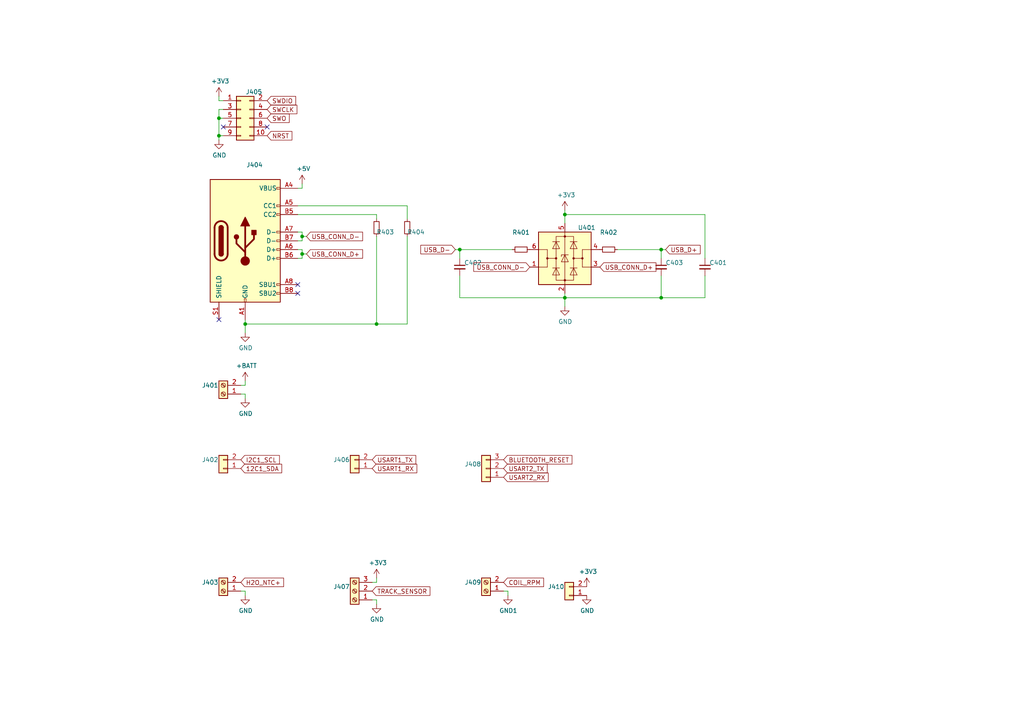
<source format=kicad_sch>
(kicad_sch (version 20211123) (generator eeschema)
  (paper "A4")
  (lib_symbols
    (symbol "Connector:Screw_Terminal_01x02" (pin_names (offset 1.016) hide)
      (property "Reference" "J" (at 0 2.54 0))
      (property "Value" "Screw_Terminal_01x02" (at 0 -5.08 0))
      (symbol "Screw_Terminal_01x02_1_1"
        (rectangle (start -1.27 1.27) (end 1.27 -3.81) (stroke (width 0.254)) (fill (type background)))
        (circle (center 0 -2.54) (radius 0.635) (stroke (width 0.1524)))
        (polyline (pts (xy -0.5334 -2.2098) (xy 0.3302 -3.048)) (stroke (width 0.1524)))
        (polyline (pts (xy -0.5334 0.3302) (xy 0.3302 -0.508)) (stroke (width 0.1524)))
        (polyline (pts (xy -0.3556 -2.032) (xy 0.508 -2.8702)) (stroke (width 0.1524)))
        (polyline (pts (xy -0.3556 0.508) (xy 0.508 -0.3302)) (stroke (width 0.1524)))
        (circle (center 0 0) (radius 0.635) (stroke (width 0.1524)))
        (pin passive line (at -5.08 0 0) (length 3.81) (name "Pin_1") (number "1"))
        (pin passive line (at -5.08 -2.54 0) (length 3.81) (name "Pin_2") (number "2"))
      )
    )
    (symbol "Connector:Screw_Terminal_01x03" (pin_names (offset 1.016) hide)
      (property "Reference" "J" (at 0 5.08 0))
      (property "Value" "Screw_Terminal_01x03" (at 0 -5.08 0))
      (symbol "Screw_Terminal_01x03_1_1"
        (rectangle (start -1.27 3.81) (end 1.27 -3.81) (stroke (width 0.254)) (fill (type background)))
        (circle (center 0 -2.54) (radius 0.635) (stroke (width 0.1524)))
        (polyline (pts (xy -0.5334 -2.2098) (xy 0.3302 -3.048)) (stroke (width 0.1524)))
        (polyline (pts (xy -0.5334 0.3302) (xy 0.3302 -0.508)) (stroke (width 0.1524)))
        (polyline (pts (xy -0.5334 2.8702) (xy 0.3302 2.032)) (stroke (width 0.1524)))
        (polyline (pts (xy -0.3556 -2.032) (xy 0.508 -2.8702)) (stroke (width 0.1524)))
        (polyline (pts (xy -0.3556 0.508) (xy 0.508 -0.3302)) (stroke (width 0.1524)))
        (polyline (pts (xy -0.3556 3.048) (xy 0.508 2.2098)) (stroke (width 0.1524)))
        (circle (center 0 0) (radius 0.635) (stroke (width 0.1524)))
        (circle (center 0 2.54) (radius 0.635) (stroke (width 0.1524)))
        (pin passive line (at -5.08 2.54 0) (length 3.81) (name "Pin_1") (number "1"))
        (pin passive line (at -5.08 0 0) (length 3.81) (name "Pin_2") (number "2"))
        (pin passive line (at -5.08 -2.54 0) (length 3.81) (name "Pin_3") (number "3"))
      )
    )
    (symbol "Connector:USB_C_Receptacle_USB2.0" (pin_names (offset 1.016))
      (property "Reference" "J" (at -10.16 19.05 0))
      (property "Value" "USB_C_Receptacle_USB2.0" (at 19.05 19.05 0))
      (symbol "USB_C_Receptacle_USB2.0_0_0"
        (rectangle (start -0.254 -17.78) (end 0.254 -16.764))
        (rectangle (start 10.16 -14.986) (end 9.144 -15.494))
        (rectangle (start 10.16 -12.446) (end 9.144 -12.954))
        (rectangle (start 10.16 -4.826) (end 9.144 -5.334))
        (rectangle (start 10.16 -2.286) (end 9.144 -2.794))
        (rectangle (start 10.16 0.254) (end 9.144 -0.254))
        (rectangle (start 10.16 2.794) (end 9.144 2.286))
        (rectangle (start 10.16 7.874) (end 9.144 7.366))
        (rectangle (start 10.16 10.414) (end 9.144 9.906))
        (rectangle (start 10.16 15.494) (end 9.144 14.986))
      )
      (symbol "USB_C_Receptacle_USB2.0_0_1"
        (rectangle (start -10.16 17.78) (end 10.16 -17.78) (stroke (width 0.254)) (fill (type background)))
        (arc (start -8.89 -3.81) (mid -6.985 -5.715) (end -5.08 -3.81) (stroke (width 0.508)))
        (arc (start -7.62 -3.81) (mid -6.985 -4.445) (end -6.35 -3.81) (stroke (width 0.254)))
        (arc (start -7.62 -3.81) (mid -6.985 -4.445) (end -6.35 -3.81) (stroke (width 0.254)) (fill (type outline)))
        (rectangle (start -7.62 -3.81) (end -6.35 3.81) (stroke (width 0.254)) (fill (type outline)))
        (arc (start -6.35 3.81) (mid -6.985 4.445) (end -7.62 3.81) (stroke (width 0.254)))
        (arc (start -6.35 3.81) (mid -6.985 4.445) (end -7.62 3.81) (stroke (width 0.254)) (fill (type outline)))
        (arc (start -5.08 3.81) (mid -6.985 5.715) (end -8.89 3.81) (stroke (width 0.508)))
        (circle (center -2.54 1.143) (radius 0.635) (stroke (width 0.254)) (fill (type outline)))
        (circle (center 0 -5.842) (radius 1.27) (fill (type outline)))
        (polyline (pts (xy -8.89 -3.81) (xy -8.89 3.81)) (stroke (width 0.508)))
        (polyline (pts (xy -5.08 3.81) (xy -5.08 -3.81)) (stroke (width 0.508)))
        (polyline (pts (xy 0 -5.842) (xy 0 4.318)) (stroke (width 0.508)))
        (polyline (pts (xy 0 -3.302) (xy -2.54 -0.762) (xy -2.54 0.508)) (stroke (width 0.508)))
        (polyline (pts (xy 0 -2.032) (xy 2.54 0.508) (xy 2.54 1.778)) (stroke (width 0.508)))
        (polyline (pts (xy -1.27 4.318) (xy 0 6.858) (xy 1.27 4.318) (xy -1.27 4.318)) (stroke (width 0.254)) (fill (type outline)))
        (rectangle (start 1.905 1.778) (end 3.175 3.048) (stroke (width 0.254)) (fill (type outline)))
      )
      (symbol "USB_C_Receptacle_USB2.0_1_1"
        (pin passive line (at 0 -22.86 90) (length 5.08) (name "GND") (number "A1"))
        (pin passive line (at 0 -22.86 90) (length 5.08) hide (name "GND") (number "A12"))
        (pin passive line (at 15.24 15.24 180) (length 5.08) (name "VBUS") (number "A4"))
        (pin bidirectional line (at 15.24 10.16 180) (length 5.08) (name "CC1") (number "A5"))
        (pin bidirectional line (at 15.24 -2.54 180) (length 5.08) (name "D+") (number "A6"))
        (pin bidirectional line (at 15.24 2.54 180) (length 5.08) (name "D-") (number "A7"))
        (pin bidirectional line (at 15.24 -12.7 180) (length 5.08) (name "SBU1") (number "A8"))
        (pin passive line (at 15.24 15.24 180) (length 5.08) hide (name "VBUS") (number "A9"))
        (pin passive line (at 0 -22.86 90) (length 5.08) hide (name "GND") (number "B1"))
        (pin passive line (at 0 -22.86 90) (length 5.08) hide (name "GND") (number "B12"))
        (pin passive line (at 15.24 15.24 180) (length 5.08) hide (name "VBUS") (number "B4"))
        (pin bidirectional line (at 15.24 7.62 180) (length 5.08) (name "CC2") (number "B5"))
        (pin bidirectional line (at 15.24 -5.08 180) (length 5.08) (name "D+") (number "B6"))
        (pin bidirectional line (at 15.24 0 180) (length 5.08) (name "D-") (number "B7"))
        (pin bidirectional line (at 15.24 -15.24 180) (length 5.08) (name "SBU2") (number "B8"))
        (pin passive line (at 15.24 15.24 180) (length 5.08) hide (name "VBUS") (number "B9"))
        (pin passive line (at -7.62 -22.86 90) (length 5.08) (name "SHIELD") (number "S1"))
      )
    )
    (symbol "Connector_Generic:Conn_01x02" (pin_names (offset 1.016) hide)
      (property "Reference" "J" (at 0 2.54 0))
      (property "Value" "Conn_01x02" (at 0 -5.08 0))
      (symbol "Conn_01x02_1_1"
        (rectangle (start -1.27 -2.413) (end 0 -2.667) (stroke (width 0.1524)))
        (rectangle (start -1.27 0.127) (end 0 -0.127) (stroke (width 0.1524)))
        (rectangle (start -1.27 1.27) (end 1.27 -3.81) (stroke (width 0.254)) (fill (type background)))
        (pin passive line (at -5.08 0 0) (length 3.81) (name "Pin_1") (number "1"))
        (pin passive line (at -5.08 -2.54 0) (length 3.81) (name "Pin_2") (number "2"))
      )
    )
    (symbol "Connector_Generic:Conn_01x03" (pin_names (offset 1.016) hide)
      (property "Reference" "J" (at 0 5.08 0))
      (property "Value" "Conn_01x03" (at 0 -5.08 0))
      (symbol "Conn_01x03_1_1"
        (rectangle (start -1.27 -2.413) (end 0 -2.667) (stroke (width 0.1524)))
        (rectangle (start -1.27 0.127) (end 0 -0.127) (stroke (width 0.1524)))
        (rectangle (start -1.27 2.667) (end 0 2.413) (stroke (width 0.1524)))
        (rectangle (start -1.27 3.81) (end 1.27 -3.81) (stroke (width 0.254)) (fill (type background)))
        (pin passive line (at -5.08 2.54 0) (length 3.81) (name "Pin_1") (number "1"))
        (pin passive line (at -5.08 0 0) (length 3.81) (name "Pin_2") (number "2"))
        (pin passive line (at -5.08 -2.54 0) (length 3.81) (name "Pin_3") (number "3"))
      )
    )
    (symbol "Connector_Generic:Conn_02x05_Odd_Even" (pin_names (offset 1.016) hide)
      (property "Reference" "J" (at 1.27 7.62 0))
      (property "Value" "Conn_02x05_Odd_Even" (at 1.27 -7.62 0))
      (symbol "Conn_02x05_Odd_Even_1_1"
        (rectangle (start -1.27 -4.953) (end 0 -5.207) (stroke (width 0.1524)))
        (rectangle (start -1.27 -2.413) (end 0 -2.667) (stroke (width 0.1524)))
        (rectangle (start -1.27 0.127) (end 0 -0.127) (stroke (width 0.1524)))
        (rectangle (start -1.27 2.667) (end 0 2.413) (stroke (width 0.1524)))
        (rectangle (start -1.27 5.207) (end 0 4.953) (stroke (width 0.1524)))
        (rectangle (start -1.27 6.35) (end 3.81 -6.35) (stroke (width 0.254)) (fill (type background)))
        (rectangle (start 3.81 -4.953) (end 2.54 -5.207) (stroke (width 0.1524)))
        (rectangle (start 3.81 -2.413) (end 2.54 -2.667) (stroke (width 0.1524)))
        (rectangle (start 3.81 0.127) (end 2.54 -0.127) (stroke (width 0.1524)))
        (rectangle (start 3.81 2.667) (end 2.54 2.413) (stroke (width 0.1524)))
        (rectangle (start 3.81 5.207) (end 2.54 4.953) (stroke (width 0.1524)))
        (pin passive line (at -5.08 5.08 0) (length 3.81) (name "Pin_1") (number "1"))
        (pin passive line (at 7.62 -5.08 180) (length 3.81) (name "Pin_10") (number "10"))
        (pin passive line (at 7.62 5.08 180) (length 3.81) (name "Pin_2") (number "2"))
        (pin passive line (at -5.08 2.54 0) (length 3.81) (name "Pin_3") (number "3"))
        (pin passive line (at 7.62 2.54 180) (length 3.81) (name "Pin_4") (number "4"))
        (pin passive line (at -5.08 0 0) (length 3.81) (name "Pin_5") (number "5"))
        (pin passive line (at 7.62 0 180) (length 3.81) (name "Pin_6") (number "6"))
        (pin passive line (at -5.08 -2.54 0) (length 3.81) (name "Pin_7") (number "7"))
        (pin passive line (at 7.62 -2.54 180) (length 3.81) (name "Pin_8") (number "8"))
        (pin passive line (at -5.08 -5.08 0) (length 3.81) (name "Pin_9") (number "9"))
      )
    )
    (symbol "Device:C_Small" (pin_numbers hide) (pin_names (offset 0.254) hide)
      (property "Reference" "C" (at 0.254 1.778 0))
      (property "Value" "C_Small" (at 0.254 -2.032 0))
      (symbol "C_Small_0_1"
        (polyline (pts (xy -1.524 -0.508) (xy 1.524 -0.508)) (stroke (width 0.3302)))
        (polyline (pts (xy -1.524 0.508) (xy 1.524 0.508)) (stroke (width 0.3048)))
      )
      (symbol "C_Small_1_1"
        (pin passive line (at 0 2.54 270) (length 2.032) (name "~") (number "1"))
        (pin passive line (at 0 -2.54 90) (length 2.032) (name "~") (number "2"))
      )
    )
    (symbol "Device:R_Small" (pin_numbers hide) (pin_names (offset 0.254) hide)
      (property "Reference" "R" (at 0.762 0.508 0))
      (property "Value" "R_Small" (at 0.762 -1.016 0))
      (symbol "R_Small_0_1"
        (rectangle (start -0.762 1.778) (end 0.762 -1.778) (stroke (width 0.2032)))
      )
      (symbol "R_Small_1_1"
        (pin passive line (at 0 2.54 270) (length 0.762) (name "~") (number "1"))
        (pin passive line (at 0 -2.54 90) (length 0.762) (name "~") (number "2"))
      )
    )
    (symbol "Power_Protection:USBLC6-2SC6" (pin_names hide)
      (property "Reference" "U" (at 2.54 8.89 0))
      (property "Value" "USBLC6-2SC6" (at 2.54 -8.89 0))
      (symbol "USBLC6-2SC6_0_1"
        (rectangle (start -7.62 -7.62) (end 7.62 7.62) (stroke (width 0.254)) (fill (type background)))
        (circle (center -5.08 0) (radius 0.254) (fill (type outline)))
        (circle (center -2.54 0) (radius 0.254) (fill (type outline)))
        (rectangle (start -2.54 6.35) (end 2.54 -6.35))
        (circle (center 0 -6.35) (radius 0.254) (fill (type outline)))
        (polyline (pts (xy -5.08 -2.54) (xy -7.62 -2.54)))
        (polyline (pts (xy -5.08 0) (xy -5.08 -2.54)))
        (polyline (pts (xy -5.08 2.54) (xy -7.62 2.54)))
        (polyline (pts (xy -1.524 -2.794) (xy -3.556 -2.794)))
        (polyline (pts (xy -1.524 4.826) (xy -3.556 4.826)))
        (polyline (pts (xy 0 -7.62) (xy 0 -6.35)))
        (polyline (pts (xy 0 -6.35) (xy 0 1.27)))
        (polyline (pts (xy 0 1.27) (xy 0 6.35)))
        (polyline (pts (xy 0 6.35) (xy 0 7.62)))
        (polyline (pts (xy 1.524 -2.794) (xy 3.556 -2.794)))
        (polyline (pts (xy 1.524 4.826) (xy 3.556 4.826)))
        (polyline (pts (xy 5.08 -2.54) (xy 7.62 -2.54)))
        (polyline (pts (xy 5.08 0) (xy 5.08 -2.54)))
        (polyline (pts (xy 5.08 2.54) (xy 7.62 2.54)))
        (polyline (pts (xy -2.54 0) (xy -5.08 0) (xy -5.08 2.54)))
        (polyline (pts (xy 2.54 0) (xy 5.08 0) (xy 5.08 2.54)))
        (polyline (pts (xy -3.556 -4.826) (xy -1.524 -4.826) (xy -2.54 -2.794) (xy -3.556 -4.826)))
        (polyline (pts (xy -3.556 2.794) (xy -1.524 2.794) (xy -2.54 4.826) (xy -3.556 2.794)))
        (polyline (pts (xy -1.016 -1.016) (xy 1.016 -1.016) (xy 0 1.016) (xy -1.016 -1.016)))
        (polyline (pts (xy 1.016 1.016) (xy 0.762 1.016) (xy -1.016 1.016) (xy -1.016 0.508)))
        (polyline (pts (xy 3.556 -4.826) (xy 1.524 -4.826) (xy 2.54 -2.794) (xy 3.556 -4.826)))
        (polyline (pts (xy 3.556 2.794) (xy 1.524 2.794) (xy 2.54 4.826) (xy 3.556 2.794)))
        (circle (center 0 6.35) (radius 0.254) (fill (type outline)))
        (circle (center 2.54 0) (radius 0.254) (fill (type outline)))
        (circle (center 5.08 0) (radius 0.254) (fill (type outline)))
      )
      (symbol "USBLC6-2SC6_1_1"
        (pin passive line (at -10.16 -2.54 0) (length 2.54) (name "I/O1") (number "1"))
        (pin passive line (at 0 -10.16 90) (length 2.54) (name "GND") (number "2"))
        (pin passive line (at 10.16 -2.54 180) (length 2.54) (name "I/O2") (number "3"))
        (pin passive line (at 10.16 2.54 180) (length 2.54) (name "I/O2") (number "4"))
        (pin passive line (at 0 10.16 270) (length 2.54) (name "VBUS") (number "5"))
        (pin passive line (at -10.16 2.54 0) (length 2.54) (name "I/O1") (number "6"))
      )
    )
    (symbol "power:+3.3V" (power) (pin_names (offset 0))
      (property "Value" "+3.3V" (at 0 3.556 0))
      (symbol "+3.3V_0_1"
        (polyline (pts (xy -0.762 1.27) (xy 0 2.54)))
        (polyline (pts (xy 0 0) (xy 0 2.54)))
        (polyline (pts (xy 0 2.54) (xy 0.762 1.27)))
      )
      (symbol "+3.3V_1_1"
        (pin power_in line (at 0 0 90) (length 0) hide (name "+3V3") (number "1"))
      )
    )
    (symbol "power:+5V" (power) (pin_names (offset 0))
      (property "Value" "+5V" (at 0 3.556 0))
      (symbol "+5V_0_1"
        (polyline (pts (xy -0.762 1.27) (xy 0 2.54)))
        (polyline (pts (xy 0 0) (xy 0 2.54)))
        (polyline (pts (xy 0 2.54) (xy 0.762 1.27)))
      )
      (symbol "+5V_1_1"
        (pin power_in line (at 0 0 90) (length 0) hide (name "+5V") (number "1"))
      )
    )
    (symbol "power:+BATT" (power) (pin_names (offset 0))
      (property "Value" "+BATT" (at 0 3.556 0))
      (symbol "+BATT_0_1"
        (polyline (pts (xy -0.762 1.27) (xy 0 2.54)))
        (polyline (pts (xy 0 0) (xy 0 2.54)))
        (polyline (pts (xy 0 2.54) (xy 0.762 1.27)))
      )
      (symbol "+BATT_1_1"
        (pin power_in line (at 0 0 90) (length 0) hide (name "+BATT") (number "1"))
      )
    )
    (symbol "power:GND" (power) (pin_names (offset 0))
      (property "Value" "GND" (at 0 -3.81 0))
      (symbol "GND_0_1"
        (polyline (pts (xy 0 0) (xy 0 -1.27) (xy 1.27 -1.27) (xy 0 -2.54) (xy -1.27 -1.27) (xy 0 -1.27)))
      )
      (symbol "GND_1_1"
        (pin power_in line (at 0 0 270) (length 0) hide (name "GND") (number "1"))
      )
    )
    (symbol "power:GND1" (power) (pin_names (offset 0))
      (property "Value" "GND1" (at 0 -3.81 0))
      (symbol "GND1_0_1"
        (polyline (pts (xy 0 0) (xy 0 -1.27) (xy 1.27 -1.27) (xy 0 -2.54) (xy -1.27 -1.27) (xy 0 -1.27)))
      )
      (symbol "GND1_1_1"
        (pin power_in line (at 0 0 270) (length 0) hide (name "GND1") (number "1"))
      )
    )
  )
  (junction (at 163.83 62.23))
  (junction (at 87.63 68.58))
  (junction (at 191.77 86.36))
  (junction (at 109.22 93.98))
  (junction (at 87.63 73.66))
  (junction (at 63.5 34.29))
  (junction (at 163.83 86.36))
  (junction (at 63.5 39.37))
  (junction (at 71.12 93.98))
  (junction (at 191.77 72.39))
  (junction (at 133.35 72.39))
  (no_connect (at 77.47 36.83))
  (no_connect (at 86.36 82.55))
  (no_connect (at 63.5 92.71))
  (no_connect (at 64.77 36.83))
  (no_connect (at 86.36 85.09))
  (wire (pts (xy 133.35 72.39) (xy 148.59 72.39)))
  (wire (pts (xy 87.63 69.85) (xy 87.63 68.58)))
  (wire (pts (xy 63.5 27.94) (xy 63.5 29.21)))
  (wire (pts (xy 69.85 171.45) (xy 71.12 171.45)))
  (wire (pts (xy 63.5 39.37) (xy 63.5 40.64)))
  (wire (pts (xy 179.07 72.39) (xy 191.77 72.39)))
  (wire (pts (xy 87.63 54.61) (xy 87.63 53.34)))
  (wire (pts (xy 109.22 93.98) (xy 71.12 93.98)))
  (wire (pts (xy 109.22 173.99) (xy 109.22 175.26)))
  (wire (pts (xy 87.63 72.39) (xy 87.63 73.66)))
  (wire (pts (xy 71.12 114.3) (xy 71.12 115.57)))
  (wire (pts (xy 163.83 62.23) (xy 204.47 62.23)))
  (wire (pts (xy 86.36 54.61) (xy 87.63 54.61)))
  (wire (pts (xy 69.85 111.76) (xy 71.12 111.76)))
  (wire (pts (xy 63.5 29.21) (xy 64.77 29.21)))
  (wire (pts (xy 109.22 168.91) (xy 109.22 167.64)))
  (wire (pts (xy 86.36 72.39) (xy 87.63 72.39)))
  (wire (pts (xy 146.05 171.45) (xy 147.32 171.45)))
  (wire (pts (xy 191.77 74.93) (xy 191.77 72.39)))
  (wire (pts (xy 88.9 68.58) (xy 87.63 68.58)))
  (wire (pts (xy 87.63 73.66) (xy 87.63 74.93)))
  (wire (pts (xy 87.63 74.93) (xy 86.36 74.93)))
  (wire (pts (xy 204.47 86.36) (xy 204.47 80.01)))
  (wire (pts (xy 63.5 31.75) (xy 63.5 34.29)))
  (wire (pts (xy 69.85 114.3) (xy 71.12 114.3)))
  (wire (pts (xy 64.77 31.75) (xy 63.5 31.75)))
  (wire (pts (xy 163.83 86.36) (xy 163.83 88.9)))
  (wire (pts (xy 204.47 86.36) (xy 191.77 86.36)))
  (wire (pts (xy 63.5 34.29) (xy 63.5 39.37)))
  (wire (pts (xy 87.63 67.31) (xy 86.36 67.31)))
  (wire (pts (xy 132.08 72.39) (xy 133.35 72.39)))
  (wire (pts (xy 191.77 86.36) (xy 191.77 80.01)))
  (wire (pts (xy 64.77 34.29) (xy 63.5 34.29)))
  (wire (pts (xy 118.11 59.69) (xy 118.11 63.5)))
  (wire (pts (xy 71.12 171.45) (xy 71.12 172.72)))
  (wire (pts (xy 163.83 86.36) (xy 191.77 86.36)))
  (wire (pts (xy 71.12 96.52) (xy 71.12 93.98)))
  (wire (pts (xy 163.83 62.23) (xy 163.83 64.77)))
  (wire (pts (xy 163.83 60.96) (xy 163.83 62.23)))
  (wire (pts (xy 107.95 173.99) (xy 109.22 173.99)))
  (wire (pts (xy 86.36 69.85) (xy 87.63 69.85)))
  (wire (pts (xy 133.35 86.36) (xy 163.83 86.36)))
  (wire (pts (xy 109.22 68.58) (xy 109.22 93.98)))
  (wire (pts (xy 204.47 62.23) (xy 204.47 74.93)))
  (wire (pts (xy 118.11 68.58) (xy 118.11 93.98)))
  (wire (pts (xy 193.04 72.39) (xy 191.77 72.39)))
  (wire (pts (xy 147.32 171.45) (xy 147.32 172.72)))
  (wire (pts (xy 87.63 73.66) (xy 88.9 73.66)))
  (wire (pts (xy 86.36 59.69) (xy 118.11 59.69)))
  (wire (pts (xy 133.35 80.01) (xy 133.35 86.36)))
  (wire (pts (xy 71.12 93.98) (xy 71.12 92.71)))
  (wire (pts (xy 87.63 68.58) (xy 87.63 67.31)))
  (wire (pts (xy 109.22 62.23) (xy 109.22 63.5)))
  (wire (pts (xy 118.11 93.98) (xy 109.22 93.98)))
  (wire (pts (xy 163.83 86.36) (xy 163.83 85.09)))
  (wire (pts (xy 107.95 168.91) (xy 109.22 168.91)))
  (wire (pts (xy 86.36 62.23) (xy 109.22 62.23)))
  (wire (pts (xy 133.35 74.93) (xy 133.35 72.39)))
  (wire (pts (xy 71.12 111.76) (xy 71.12 110.49)))
  (wire (pts (xy 63.5 39.37) (xy 64.77 39.37)))
  (global_label "NRST" (shape input) (at 77.47 39.37 0) (property "Intersheet References" "${INTERSHEET_REFS}" (effects hide)))
  (global_label "USB_CONN_D-" (shape input) (at 88.9 68.58 0) (property "Intersheet References" "${INTERSHEET_REFS}" (effects hide)))
  (global_label "USB_D+" (shape input) (at 193.04 72.39 0) (property "Intersheet References" "${INTERSHEET_REFS}" (effects hide)))
  (global_label "USB_CONN_D+" (shape input) (at 173.99 77.47 0) (property "Intersheet References" "${INTERSHEET_REFS}" (effects hide)))
  (global_label "BLUETOOTH_RESET" (shape input) (at 146.05 133.35 0) (property "Intersheet References" "${INTERSHEET_REFS}" (effects hide)))
  (global_label "SWDIO" (shape input) (at 77.47 29.21 0) (property "Intersheet References" "${INTERSHEET_REFS}" (effects hide)))
  (global_label "USB_D-" (shape input) (at 132.08 72.39 180) (property "Intersheet References" "${INTERSHEET_REFS}" (effects hide)))
  (global_label "USART1_RX" (shape input) (at 107.95 135.89 0) (property "Intersheet References" "${INTERSHEET_REFS}" (effects hide)))
  (global_label "SWCLK" (shape input) (at 77.47 31.75 0) (property "Intersheet References" "${INTERSHEET_REFS}" (effects hide)))
  (global_label "COIL_RPM" (shape input) (at 146.05 168.91 0) (property "Intersheet References" "${INTERSHEET_REFS}" (effects hide)))
  (global_label "USB_CONN_D-" (shape input) (at 153.67 77.47 180) (property "Intersheet References" "${INTERSHEET_REFS}" (effects hide)))
  (global_label "USART1_TX" (shape input) (at 107.95 133.35 0) (property "Intersheet References" "${INTERSHEET_REFS}" (effects hide)))
  (global_label "SWO" (shape input) (at 77.47 34.29 0) (property "Intersheet References" "${INTERSHEET_REFS}" (effects hide)))
  (global_label "I2C1_SCL" (shape input) (at 69.85 133.35 0) (property "Intersheet References" "${INTERSHEET_REFS}" (effects hide)))
  (global_label "TRACK_SENSOR" (shape input) (at 107.95 171.45 0) (property "Intersheet References" "${INTERSHEET_REFS}" (effects hide)))
  (global_label "USART2_TX" (shape input) (at 146.05 135.89 0) (property "Intersheet References" "${INTERSHEET_REFS}" (effects hide)))
  (global_label "USB_CONN_D+" (shape input) (at 88.9 73.66 0) (property "Intersheet References" "${INTERSHEET_REFS}" (effects hide)))
  (global_label "12C1_SDA" (shape input) (at 69.85 135.89 0) (property "Intersheet References" "${INTERSHEET_REFS}" (effects hide)))
  (global_label "H2O_NTC+" (shape input) (at 69.85 168.91 0) (property "Intersheet References" "${INTERSHEET_REFS}" (effects hide)))
  (global_label "USART2_RX" (shape input) (at 146.05 138.43 0) (property "Intersheet References" "${INTERSHEET_REFS}" (effects hide)))
  (symbol (lib_id "Connector:Screw_Terminal_01x02") (at 64.77 114.3 180) (unit 1)
    (property "Reference" "J401" (at 60.96 111.76 0))
  )
  (symbol (lib_id "power:GND") (at 71.12 96.52 0) (unit 1)
    (property "Reference" "#PWR0403" (effects hide))
  )
  (symbol (lib_id "power:+5V") (at 87.63 53.34 0) (unit 1)
    (property "Reference" "#PWR0407" (effects hide))
  )
  (symbol (lib_id "power:+BATT") (at 71.12 110.49 0) (unit 1)
    (property "Reference" "#PWR?" (effects hide))
  )
  (symbol (lib_id "power:GND") (at 71.12 115.57 0) (unit 1)
    (property "Reference" "#PWR0405" (effects hide))
  )
  (symbol (lib_id "Connector_Generic:Conn_01x02") (at 64.77 135.89 180) (unit 1)
    (property "Reference" "J402" (at 60.96 133.35 0))
  )
  (symbol (lib_id "power:GND") (at 109.22 175.26 0) (unit 1)
    (property "Reference" "#PWR0409" (effects hide))
  )
  (symbol (lib_id "power:+3.3V") (at 109.22 167.64 0) (unit 1)
    (property "Reference" "#PWR0408" (effects hide))
  )
  (symbol (lib_id "Power_Protection:USBLC6-2SC6") (at 163.83 74.93 0) (unit 1)
    (property "Reference" "U401" (at 170.18 66.04 0))
    (property "Datasheet" "https://www.st.com/resource/en/datasheet/usblc6-2.pdf" (effects hide))
    (property "LCSC Part #" "C558442" (effects hide))
    (property "Mouser" "511-USBLC6-2SC6" (effects hide))
  )
  (symbol (lib_id "power:GND") (at 163.83 88.9 0) (unit 1)
    (property "Reference" "#PWR0411" (effects hide))
  )
  (symbol (lib_id "Connector:Screw_Terminal_01x03") (at 102.87 171.45 180) (unit 1)
    (property "Reference" "J407" (at 99.06 170.18 0))
    (property "Datasheet" "https://standexelectronics.com/resources/technical-library/brochures-catalogs/product-solutions-hall-effect-sensor-series/" (effects hide))
    (property "Name" "MH21-10S-300W" (effects hide))
  )
  (symbol (lib_id "Connector:Screw_Terminal_01x02") (at 64.77 171.45 180) (unit 1)
    (property "Reference" "J403" (at 60.96 168.91 0))
  )
  (symbol (lib_id "Connector_Generic:Conn_01x02") (at 102.87 135.89 180) (unit 1)
    (property "Reference" "J406" (at 99.06 133.35 0))
  )
  (symbol (lib_id "Connector_Generic:Conn_02x05_Odd_Even") (at 69.85 34.29 0) (unit 1)
    (property "Reference" "J405" (at 73.66 26.67 0))
  )
  (symbol (lib_id "power:+3.3V") (at 63.5 27.94 0) (unit 1)
    (property "Reference" "#PWR0401" (effects hide))
  )
  (symbol (lib_id "power:GND") (at 63.5 40.64 0) (unit 1)
    (property "Reference" "#PWR0402" (effects hide))
  )
  (symbol (lib_id "Connector:Screw_Terminal_01x02") (at 140.97 171.45 180) (unit 1)
    (property "Reference" "J409" (at 137.16 168.91 0))
  )
  (symbol (lib_id "power:GND1") (at 147.32 172.72 0) (unit 1)
    (property "Reference" "#PWR?" (effects hide))
  )
  (symbol (lib_id "Connector_Generic:Conn_01x03") (at 140.97 135.89 180) (unit 1)
    (property "Reference" "J408" (at 137.16 134.62 0))
  )
  (symbol (lib_id "Device:C_Small") (at 204.47 77.47 0) (unit 1)
    (property "Reference" "C401" (at 205.74 76.2 0) (effects (justify left)))
    (property "LCSC Part #" "C1525" (effects hide))
    (property "Mouser" "581-0402YD104K" (effects hide))
  )
  (symbol (lib_id "power:GND") (at 71.12 172.72 0) (unit 1)
    (property "Reference" "#PWR?" (effects hide))
  )
  (symbol (lib_id "Connector_Generic:Conn_01x02") (at 165.1 172.72 180) (unit 1)
    (property "Reference" "J410" (at 161.29 170.18 0))
  )
  (symbol (lib_id "power:GND") (at 170.18 172.72 0) (unit 1)
    (property "Reference" "#PWR0416" (effects hide))
  )
  (symbol (lib_id "power:+3.3V") (at 170.18 170.18 0) (unit 1)
    (property "Reference" "#PWR0415" (effects hide))
  )
  (symbol (lib_id "power:+3.3V") (at 163.83 60.96 0) (unit 1)
    (property "Reference" "#PWR0102" (effects hide))
  )
  (symbol (lib_id "Device:R_Small") (at 176.53 72.39 270) (unit 1)
    (property "Reference" "R402" (at 176.53 67.4116 90))
    (property "LCSC Part #" "C25092" (effects hide))
    (property "Mouser" "652-CR0402FX-2202GLF" (effects hide))
  )
  (symbol (lib_id "Device:R_Small") (at 151.13 72.39 270) (unit 1)
    (property "Reference" "R401" (at 151.13 67.4116 90))
    (property "LCSC Part #" "C25092" (effects hide))
    (property "Mouser" "652-CR0402FX-2202GLF" (effects hide))
  )
  (symbol (lib_id "Device:C_Small") (at 191.77 77.47 0) (unit 1)
    (property "Reference" "C403" (at 193.04 76.2 0) (effects (justify left)))
    (property "LCSC Part #" "C1567" (effects hide))
    (property "Mouser" "581-0402ZA470JAT2A" (effects hide))
  )
  (symbol (lib_id "Device:C_Small") (at 133.35 77.47 0) (unit 1)
    (property "Reference" "C402" (at 134.62 76.2 0) (effects (justify left)))
    (property "LCSC Part #" "C1567" (effects hide))
    (property "Mouser" "581-0402ZA470JAT2A" (effects hide))
  )
  (symbol (lib_id "Connector:USB_C_Receptacle_USB2.0") (at 71.12 69.85 0) (unit 1)
    (property "Reference" "J404" (at 73.8378 47.8282 0))
    (property "Datasheet" "https://www.usb.org/sites/default/files/documents/usb_type-c.zip" (effects hide))
    (property "Mouser" "640-USB4105-GF-A" (effects hide))
  )
  (symbol (lib_id "Device:R_Small") (at 109.22 66.04 180) (unit 1)
    (property "Reference" "R403" (at 111.76 67.31 0))
    (property "LCSC Part #" "C25092" (effects hide))
    (property "Mouser" "652-CR0402-JW-512GLF" (effects hide))
  )
  (symbol (lib_id "Device:R_Small") (at 118.11 66.04 180) (unit 1)
    (property "Reference" "R404" (at 120.65 67.31 0))
    (property "LCSC Part #" "C25092" (effects hide))
    (property "Mouser" "652-CR0402-JW-512GLF" (effects hide))
  )
)
</source>
